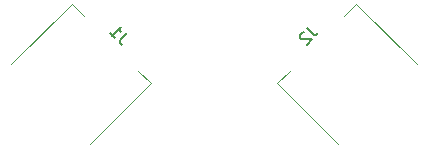
<source format=gbr>
%TF.GenerationSoftware,KiCad,Pcbnew,9.0.4*%
%TF.CreationDate,2025-08-23T22:47:15-04:00*%
%TF.ProjectId,usbc-data-splitter,75736263-2d64-4617-9461-2d73706c6974,rev?*%
%TF.SameCoordinates,Original*%
%TF.FileFunction,Legend,Bot*%
%TF.FilePolarity,Positive*%
%FSLAX46Y46*%
G04 Gerber Fmt 4.6, Leading zero omitted, Abs format (unit mm)*
G04 Created by KiCad (PCBNEW 9.0.4) date 2025-08-23 22:47:15*
%MOMM*%
%LPD*%
G01*
G04 APERTURE LIST*
G04 Aperture macros list*
%AMHorizOval*
0 Thick line with rounded ends*
0 $1 width*
0 $2 $3 position (X,Y) of the first rounded end (center of the circle)*
0 $4 $5 position (X,Y) of the second rounded end (center of the circle)*
0 Add line between two ends*
20,1,$1,$2,$3,$4,$5,0*
0 Add two circle primitives to create the rounded ends*
1,1,$1,$2,$3*
1,1,$1,$4,$5*%
%AMRotRect*
0 Rectangle, with rotation*
0 The origin of the aperture is its center*
0 $1 length*
0 $2 width*
0 $3 Rotation angle, in degrees counterclockwise*
0 Add horizontal line*
21,1,$1,$2,0,0,$3*%
G04 Aperture macros list end*
%ADD10C,0.150000*%
%ADD11C,0.120000*%
%ADD12C,0.650000*%
%ADD13O,0.950000X0.650000*%
%ADD14O,0.800000X1.400000*%
%ADD15HorizOval,0.650000X-0.106066X0.106066X0.106066X-0.106066X0*%
%ADD16RotRect,0.300000X0.700000X135.000000*%
%ADD17HorizOval,0.800000X0.212132X0.212132X-0.212132X-0.212132X0*%
%ADD18HorizOval,0.650000X-0.106066X-0.106066X0.106066X0.106066X0*%
%ADD19RotRect,0.300000X0.700000X225.000000*%
%ADD20HorizOval,0.800000X-0.212132X0.212132X0.212132X-0.212132X0*%
G04 APERTURE END LIST*
D10*
X119668402Y-104053002D02*
X119163326Y-104558078D01*
X119163326Y-104558078D02*
X119095982Y-104692765D01*
X119095982Y-104692765D02*
X119095982Y-104827452D01*
X119095982Y-104827452D02*
X119163326Y-104962139D01*
X119163326Y-104962139D02*
X119230669Y-105029483D01*
X118254188Y-104053002D02*
X118658249Y-104457063D01*
X118456219Y-104255032D02*
X119163326Y-103547925D01*
X119163326Y-103547925D02*
X119129654Y-103716284D01*
X119129654Y-103716284D02*
X119129654Y-103850971D01*
X119129654Y-103850971D02*
X119163326Y-103951986D01*
X134903002Y-103581597D02*
X135408078Y-104086673D01*
X135408078Y-104086673D02*
X135542765Y-104154017D01*
X135542765Y-104154017D02*
X135677452Y-104154017D01*
X135677452Y-104154017D02*
X135812139Y-104086673D01*
X135812139Y-104086673D02*
X135879483Y-104019330D01*
X134667299Y-103951986D02*
X134599956Y-103951986D01*
X134599956Y-103951986D02*
X134498941Y-103985658D01*
X134498941Y-103985658D02*
X134330582Y-104154017D01*
X134330582Y-104154017D02*
X134296910Y-104255032D01*
X134296910Y-104255032D02*
X134296910Y-104322376D01*
X134296910Y-104322376D02*
X134330582Y-104423391D01*
X134330582Y-104423391D02*
X134397925Y-104490734D01*
X134397925Y-104490734D02*
X134532612Y-104558078D01*
X134532612Y-104558078D02*
X135340734Y-104558078D01*
X135340734Y-104558078D02*
X134903002Y-104995811D01*
D11*
%TO.C,J1*%
X114988406Y-101544079D02*
X109854811Y-106677675D01*
X116049066Y-102604740D02*
X114988406Y-101544079D01*
X121705921Y-108261594D02*
X116572325Y-113395189D01*
X121705921Y-108261594D02*
X120645260Y-107200934D01*
%TO.C,J2*%
X132394079Y-108261594D02*
X137527675Y-113395189D01*
X133454740Y-107200934D02*
X132394079Y-108261594D01*
X139111594Y-101544079D02*
X138050934Y-102604740D01*
X139111594Y-101544079D02*
X144245189Y-106677675D01*
%TD*%
%LPC*%
D12*
%TO.C,P1*%
X130650000Y-93060000D03*
D13*
X123450000Y-93060000D03*
D12*
X124250000Y-92410000D03*
X124650000Y-91710000D03*
X125450000Y-91710000D03*
X125850000Y-92410000D03*
X126250000Y-91710000D03*
X126650000Y-92410000D03*
X127450000Y-92410000D03*
X127850000Y-91710000D03*
X128250000Y-92410000D03*
X128650000Y-91710000D03*
X129450000Y-91710000D03*
X129850000Y-92410000D03*
D14*
X131540000Y-85860000D03*
X131180000Y-91810000D03*
X122920000Y-91810000D03*
X122560000Y-85860000D03*
%TD*%
D12*
%TO.C,J1*%
X120178570Y-108162599D03*
D15*
X115087401Y-103071430D03*
D16*
X120044220Y-107094868D03*
X119690666Y-106741314D03*
X119337113Y-106387761D03*
X118983560Y-106034207D03*
X118630006Y-105680654D03*
X118276453Y-105327101D03*
X117922899Y-104973547D03*
X117569346Y-104619994D03*
X117215793Y-104266440D03*
X116862239Y-103912887D03*
X116508686Y-103559334D03*
X116155132Y-103205780D03*
D12*
X115193467Y-104096735D03*
X114981335Y-104874552D03*
X115547021Y-105440238D03*
X116324838Y-105228106D03*
X116112706Y-106005923D03*
X116890523Y-105793791D03*
X117456209Y-106359477D03*
X117244077Y-107137294D03*
X118021894Y-106925162D03*
X117809762Y-107702979D03*
X118375448Y-108268665D03*
X119153265Y-108056533D03*
D17*
X115716726Y-113883093D03*
X119669453Y-109421249D03*
X113828751Y-103580547D03*
X109366907Y-107533274D03*
%TD*%
D12*
%TO.C,J2*%
X139012599Y-103071430D03*
D18*
X133921430Y-108162599D03*
D19*
X137944868Y-103205780D03*
X137591314Y-103559334D03*
X137237761Y-103912887D03*
X136884207Y-104266440D03*
X136530654Y-104619994D03*
X136177101Y-104973547D03*
X135823547Y-105327101D03*
X135469994Y-105680654D03*
X135116440Y-106034207D03*
X134762887Y-106387761D03*
X134409334Y-106741314D03*
X134055780Y-107094868D03*
D12*
X134946735Y-108056533D03*
X135724552Y-108268665D03*
X136290238Y-107702979D03*
X136078106Y-106925162D03*
X136855923Y-107137294D03*
X136643791Y-106359477D03*
X137209477Y-105793791D03*
X137987294Y-106005923D03*
X137775162Y-105228106D03*
X138552979Y-105440238D03*
X139118665Y-104874552D03*
X138906533Y-104096735D03*
D20*
X144733093Y-107533274D03*
X140271249Y-103580547D03*
X134430547Y-109421249D03*
X138383274Y-113883093D03*
%TD*%
%LPD*%
M02*

</source>
